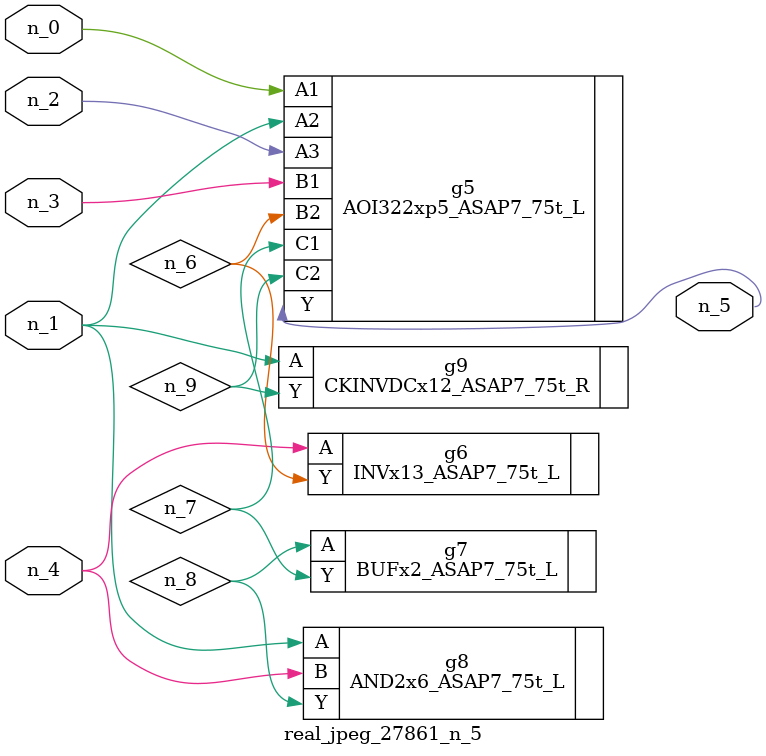
<source format=v>
module real_jpeg_27861_n_5 (n_4, n_0, n_1, n_2, n_3, n_5);

input n_4;
input n_0;
input n_1;
input n_2;
input n_3;

output n_5;

wire n_8;
wire n_6;
wire n_7;
wire n_9;

AOI322xp5_ASAP7_75t_L g5 ( 
.A1(n_0),
.A2(n_1),
.A3(n_2),
.B1(n_3),
.B2(n_6),
.C1(n_7),
.C2(n_9),
.Y(n_5)
);

AND2x6_ASAP7_75t_L g8 ( 
.A(n_1),
.B(n_4),
.Y(n_8)
);

CKINVDCx12_ASAP7_75t_R g9 ( 
.A(n_1),
.Y(n_9)
);

INVx13_ASAP7_75t_L g6 ( 
.A(n_4),
.Y(n_6)
);

BUFx2_ASAP7_75t_L g7 ( 
.A(n_8),
.Y(n_7)
);


endmodule
</source>
